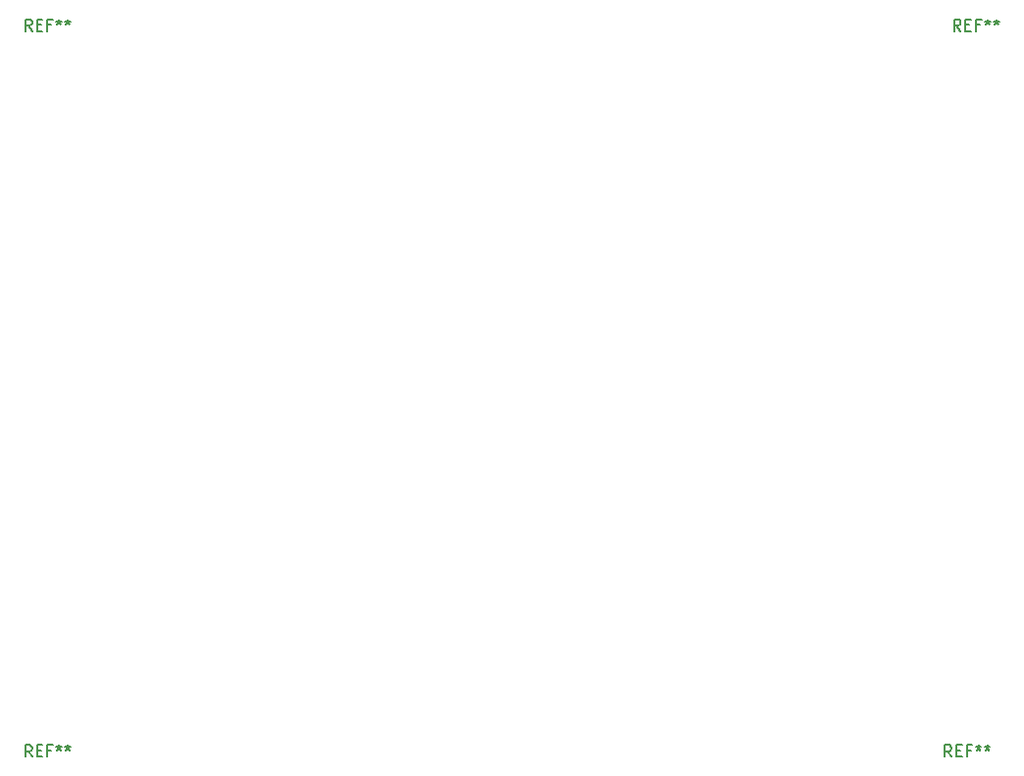
<source format=gto>
G04 #@! TF.GenerationSoftware,KiCad,Pcbnew,(5.1.4)-1*
G04 #@! TF.CreationDate,2024-12-14T20:16:23-08:00*
G04 #@! TF.ProjectId,Deej keypad,4465656a-206b-4657-9970-61642e6b6963,rev?*
G04 #@! TF.SameCoordinates,Original*
G04 #@! TF.FileFunction,Legend,Top*
G04 #@! TF.FilePolarity,Positive*
%FSLAX46Y46*%
G04 Gerber Fmt 4.6, Leading zero omitted, Abs format (unit mm)*
G04 Created by KiCad (PCBNEW (5.1.4)-1) date 2024-12-14 20:16:23*
%MOMM*%
%LPD*%
G04 APERTURE LIST*
%ADD10C,0.150000*%
%ADD11C,2.302000*%
%ADD12C,1.852000*%
%ADD13C,4.089800*%
%ADD14R,3.102000X3.102000*%
%ADD15C,3.102000*%
G04 APERTURE END LIST*
D10*
X116141666Y-131396130D02*
X115808333Y-130919940D01*
X115570238Y-131396130D02*
X115570238Y-130396130D01*
X115951190Y-130396130D01*
X116046428Y-130443750D01*
X116094047Y-130491369D01*
X116141666Y-130586607D01*
X116141666Y-130729464D01*
X116094047Y-130824702D01*
X116046428Y-130872321D01*
X115951190Y-130919940D01*
X115570238Y-130919940D01*
X116570238Y-130872321D02*
X116903571Y-130872321D01*
X117046428Y-131396130D02*
X116570238Y-131396130D01*
X116570238Y-130396130D01*
X117046428Y-130396130D01*
X117808333Y-130872321D02*
X117475000Y-130872321D01*
X117475000Y-131396130D02*
X117475000Y-130396130D01*
X117951190Y-130396130D01*
X118475000Y-130396130D02*
X118475000Y-130634226D01*
X118236904Y-130538988D02*
X118475000Y-130634226D01*
X118713095Y-130538988D01*
X118332142Y-130824702D02*
X118475000Y-130634226D01*
X118617857Y-130824702D01*
X119236904Y-130396130D02*
X119236904Y-130634226D01*
X118998809Y-130538988D02*
X119236904Y-130634226D01*
X119475000Y-130538988D01*
X119094047Y-130824702D02*
X119236904Y-130634226D01*
X119379761Y-130824702D01*
X116141666Y-68689880D02*
X115808333Y-68213690D01*
X115570238Y-68689880D02*
X115570238Y-67689880D01*
X115951190Y-67689880D01*
X116046428Y-67737500D01*
X116094047Y-67785119D01*
X116141666Y-67880357D01*
X116141666Y-68023214D01*
X116094047Y-68118452D01*
X116046428Y-68166071D01*
X115951190Y-68213690D01*
X115570238Y-68213690D01*
X116570238Y-68166071D02*
X116903571Y-68166071D01*
X117046428Y-68689880D02*
X116570238Y-68689880D01*
X116570238Y-67689880D01*
X117046428Y-67689880D01*
X117808333Y-68166071D02*
X117475000Y-68166071D01*
X117475000Y-68689880D02*
X117475000Y-67689880D01*
X117951190Y-67689880D01*
X118475000Y-67689880D02*
X118475000Y-67927976D01*
X118236904Y-67832738D02*
X118475000Y-67927976D01*
X118713095Y-67832738D01*
X118332142Y-68118452D02*
X118475000Y-67927976D01*
X118617857Y-68118452D01*
X119236904Y-67689880D02*
X119236904Y-67927976D01*
X118998809Y-67832738D02*
X119236904Y-67927976D01*
X119475000Y-67832738D01*
X119094047Y-68118452D02*
X119236904Y-67927976D01*
X119379761Y-68118452D01*
X195516666Y-131396130D02*
X195183333Y-130919940D01*
X194945238Y-131396130D02*
X194945238Y-130396130D01*
X195326190Y-130396130D01*
X195421428Y-130443750D01*
X195469047Y-130491369D01*
X195516666Y-130586607D01*
X195516666Y-130729464D01*
X195469047Y-130824702D01*
X195421428Y-130872321D01*
X195326190Y-130919940D01*
X194945238Y-130919940D01*
X195945238Y-130872321D02*
X196278571Y-130872321D01*
X196421428Y-131396130D02*
X195945238Y-131396130D01*
X195945238Y-130396130D01*
X196421428Y-130396130D01*
X197183333Y-130872321D02*
X196850000Y-130872321D01*
X196850000Y-131396130D02*
X196850000Y-130396130D01*
X197326190Y-130396130D01*
X197850000Y-130396130D02*
X197850000Y-130634226D01*
X197611904Y-130538988D02*
X197850000Y-130634226D01*
X198088095Y-130538988D01*
X197707142Y-130824702D02*
X197850000Y-130634226D01*
X197992857Y-130824702D01*
X198611904Y-130396130D02*
X198611904Y-130634226D01*
X198373809Y-130538988D02*
X198611904Y-130634226D01*
X198850000Y-130538988D01*
X198469047Y-130824702D02*
X198611904Y-130634226D01*
X198754761Y-130824702D01*
X196310416Y-68689880D02*
X195977083Y-68213690D01*
X195738988Y-68689880D02*
X195738988Y-67689880D01*
X196119940Y-67689880D01*
X196215178Y-67737500D01*
X196262797Y-67785119D01*
X196310416Y-67880357D01*
X196310416Y-68023214D01*
X196262797Y-68118452D01*
X196215178Y-68166071D01*
X196119940Y-68213690D01*
X195738988Y-68213690D01*
X196738988Y-68166071D02*
X197072321Y-68166071D01*
X197215178Y-68689880D02*
X196738988Y-68689880D01*
X196738988Y-67689880D01*
X197215178Y-67689880D01*
X197977083Y-68166071D02*
X197643750Y-68166071D01*
X197643750Y-68689880D02*
X197643750Y-67689880D01*
X198119940Y-67689880D01*
X198643750Y-67689880D02*
X198643750Y-67927976D01*
X198405654Y-67832738D02*
X198643750Y-67927976D01*
X198881845Y-67832738D01*
X198500892Y-68118452D02*
X198643750Y-67927976D01*
X198786607Y-68118452D01*
X199405654Y-67689880D02*
X199405654Y-67927976D01*
X199167559Y-67832738D02*
X199405654Y-67927976D01*
X199643750Y-67832738D01*
X199262797Y-68118452D02*
X199405654Y-67927976D01*
X199548511Y-68118452D01*
%LPC*%
D11*
X117475000Y-134143750D03*
X117475000Y-71437500D03*
X196850000Y-134143750D03*
X197643750Y-71437500D03*
D12*
X133667500Y-107950000D03*
X123507500Y-107950000D03*
D13*
X128587500Y-107950000D03*
D12*
X133667500Y-88900000D03*
X123507500Y-88900000D03*
D13*
X128587500Y-88900000D03*
D14*
X134937500Y-73025000D03*
D15*
X140017500Y-73025000D03*
X145097500Y-73025000D03*
X174148750Y-73025000D03*
X179228750Y-73025000D03*
D14*
X169068750Y-73025000D03*
D15*
X184308750Y-73025000D03*
D12*
X171767500Y-127000000D03*
X161607500Y-127000000D03*
D13*
X166687500Y-127000000D03*
D12*
X171767500Y-88900000D03*
X161607500Y-88900000D03*
D13*
X166687500Y-88900000D03*
D12*
X190817500Y-127000000D03*
X180657500Y-127000000D03*
D13*
X185737500Y-127000000D03*
D12*
X190817500Y-107950000D03*
X180657500Y-107950000D03*
D13*
X185737500Y-107950000D03*
D12*
X190817500Y-88900000D03*
X180657500Y-88900000D03*
D13*
X185737500Y-88900000D03*
D12*
X171767500Y-107950000D03*
X161607500Y-107950000D03*
D13*
X166687500Y-107950000D03*
D12*
X152717500Y-127000000D03*
X142557500Y-127000000D03*
D13*
X147637500Y-127000000D03*
D12*
X152717500Y-107950000D03*
X142557500Y-107950000D03*
D13*
X147637500Y-107950000D03*
D12*
X152717500Y-88900000D03*
X142557500Y-88900000D03*
D13*
X147637500Y-88900000D03*
D12*
X133667500Y-127000000D03*
X123507500Y-127000000D03*
D13*
X128587500Y-127000000D03*
M02*

</source>
